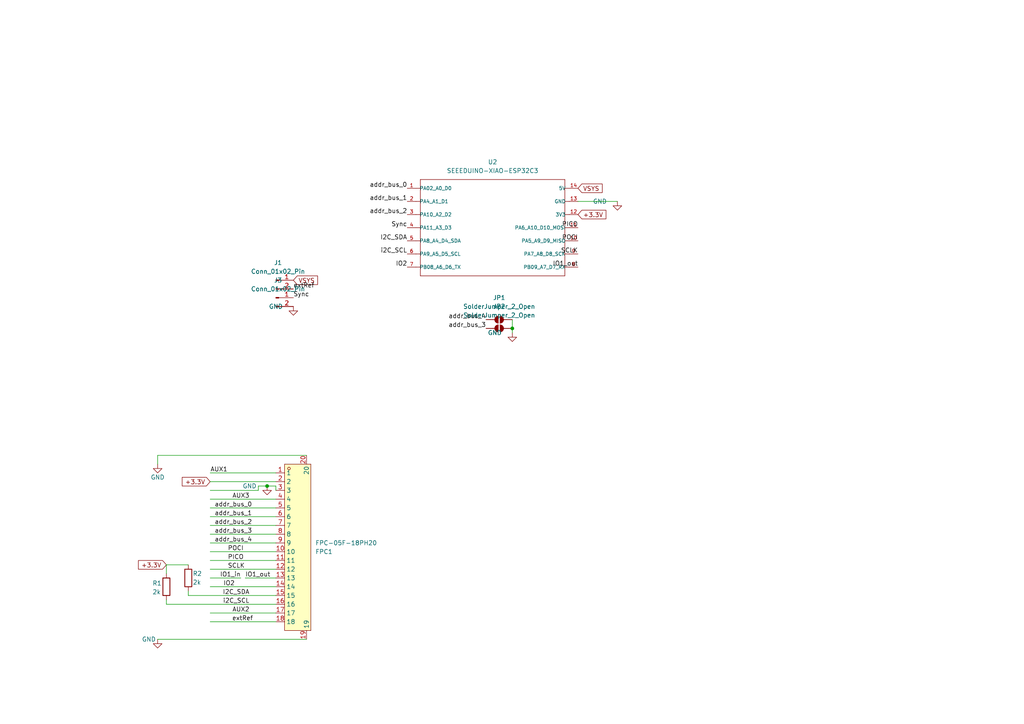
<source format=kicad_sch>
(kicad_sch (version 20231120) (generator "eeschema") (generator_version "8.0")
  (paper "A4")
  (lib_symbols
    (symbol "00_custom:MOUDLE-SEEEDUINO-XIAO-ESP32C3" (pin_names (offset 1.016))
      (property "Reference" "U" (at -21.59 15.24 0))
      (property "Value" "SEEEDUINO-XIAO-ESP32C3" (at -21.59 13.97 0))
      (symbol "MOUDLE-SEEEDUINO-XIAO-ESP32C3_0_0"
        (polyline (pts (xy -21.59 -13.97) (xy -21.59 0)) (stroke (width 0.1524)))
        (polyline (pts (xy -21.59 -11.43) (xy -22.86 -11.43)) (stroke (width 0.1524)))
        (polyline (pts (xy -21.59 -7.62) (xy -22.86 -7.62)) (stroke (width 0.1524)))
        (polyline (pts (xy -21.59 -3.81) (xy -22.86 -3.81)) (stroke (width 0.1524)))
        (polyline (pts (xy -21.59 0) (xy -22.86 0)) (stroke (width 0.1524)))
        (polyline (pts (xy -21.59 0) (xy -21.59 3.81)) (stroke (width 0.1524)))
        (polyline (pts (xy -21.59 3.81) (xy -22.86 3.81)) (stroke (width 0.1524)))
        (polyline (pts (xy -21.59 3.81) (xy -21.59 7.62)) (stroke (width 0.1524)))
        (polyline (pts (xy -21.59 7.62) (xy -22.86 7.62)) (stroke (width 0.1524)))
        (polyline (pts (xy -21.59 7.62) (xy -21.59 11.43)) (stroke (width 0.1524)))
        (polyline (pts (xy -21.59 11.43) (xy -22.86 11.43)) (stroke (width 0.1524)))
        (polyline (pts (xy -21.59 11.43) (xy -21.59 13.97)) (stroke (width 0.1524)))
        (polyline (pts (xy -21.59 13.97) (xy 20.32 13.97)) (stroke (width 0.1524)))
        (polyline (pts (xy 20.32 -13.97) (xy -21.59 -13.97)) (stroke (width 0.1524)))
        (polyline (pts (xy 20.32 3.81) (xy 20.32 -13.97)) (stroke (width 0.1524)))
        (polyline (pts (xy 20.32 7.62) (xy 20.32 3.81)) (stroke (width 0.1524)))
        (polyline (pts (xy 20.32 11.43) (xy 20.32 7.62)) (stroke (width 0.1524)))
        (polyline (pts (xy 20.32 13.97) (xy 20.32 11.43)) (stroke (width 0.1524)))
        (polyline (pts (xy 21.59 -11.43) (xy 20.32 -11.43)) (stroke (width 0.1524)))
        (polyline (pts (xy 21.59 -7.62) (xy 20.32 -7.62)) (stroke (width 0.1524)))
        (polyline (pts (xy 21.59 -3.81) (xy 20.32 -3.81)) (stroke (width 0.1524)))
        (polyline (pts (xy 21.59 0) (xy 20.32 0)) (stroke (width 0.1524)))
        (polyline (pts (xy 21.59 3.81) (xy 20.32 3.81)) (stroke (width 0.1524)))
        (polyline (pts (xy 21.59 7.62) (xy 20.32 7.62)) (stroke (width 0.1524)))
        (polyline (pts (xy 21.59 11.43) (xy 20.32 11.43)) (stroke (width 0.1524)))
        (pin bidirectional line (at -25.4 11.43 0) (length 2.54) (name "PA02_A0_D0") (number "1"))
        (pin bidirectional line (at 24.13 -3.81 180) (length 2.54) (name "PA5_A9_D9_MISO") (number "10"))
        (pin bidirectional line (at 24.13 0 180) (length 2.54) (name "PA6_A10_D10_MOSI") (number "11"))
        (pin bidirectional line (at 24.13 3.81 180) (length 2.54) (name "3V3") (number "12"))
        (pin bidirectional line (at 24.13 7.62 180) (length 2.54) (name "GND") (number "13"))
        (pin bidirectional line (at 24.13 11.43 180) (length 2.54) (name "5V") (number "14"))
        (pin bidirectional line (at -25.4 7.62 0) (length 2.54) (name "PA4_A1_D1") (number "2"))
        (pin bidirectional line (at -25.4 3.81 0) (length 2.54) (name "PA10_A2_D2") (number "3"))
        (pin bidirectional line (at -25.4 0 0) (length 2.54) (name "PA11_A3_D3") (number "4"))
        (pin bidirectional line (at -25.4 -3.81 0) (length 2.54) (name "PA8_A4_D4_SDA") (number "5"))
        (pin bidirectional line (at -25.4 -7.62 0) (length 2.54) (name "PA9_A5_D5_SCL") (number "6"))
        (pin bidirectional line (at -25.4 -11.43 0) (length 2.54) (name "PB08_A6_D6_TX") (number "7"))
        (pin bidirectional line (at 24.13 -11.43 180) (length 2.54) (name "PB09_A7_D7_RX") (number "8"))
        (pin bidirectional line (at 24.13 -7.62 180) (length 2.54) (name "PA7_A8_D8_SCK") (number "9"))
      )
    )
    (symbol "00_lcsc:FPC-05F-18PH20"
      (property "Reference" "FPC" (at 0 31.75 0))
      (property "Value" "FPC-05F-18PH20" (at 0 -31.75 0))
      (symbol "FPC-05F-18PH20_0_1"
        (rectangle (start -2.54 24.13) (end 5.08 -24.13) (fill (type background)))
        (circle (center -1.27 22.86) (radius 0.38))
        (pin unspecified line (at -5.08 21.59 0) (length 2.54) (name "1") (number "1"))
        (pin unspecified line (at -5.08 -1.27 0) (length 2.54) (name "10") (number "10"))
        (pin unspecified line (at -5.08 -3.81 0) (length 2.54) (name "11") (number "11"))
        (pin unspecified line (at -5.08 -6.35 0) (length 2.54) (name "12") (number "12"))
        (pin unspecified line (at -5.08 -8.89 0) (length 2.54) (name "13") (number "13"))
        (pin unspecified line (at -5.08 -11.43 0) (length 2.54) (name "14") (number "14"))
        (pin unspecified line (at -5.08 -13.97 0) (length 2.54) (name "15") (number "15"))
        (pin unspecified line (at -5.08 -16.51 0) (length 2.54) (name "16") (number "16"))
        (pin unspecified line (at -5.08 -19.05 0) (length 2.54) (name "17") (number "17"))
        (pin unspecified line (at -5.08 -21.59 0) (length 2.54) (name "18") (number "18"))
        (pin unspecified line (at 3.81 -26.67 90) (length 2.54) (name "19") (number "19"))
        (pin unspecified line (at -5.08 19.05 0) (length 2.54) (name "2") (number "2"))
        (pin unspecified line (at 3.81 26.67 270) (length 2.54) (name "20") (number "20"))
        (pin unspecified line (at -5.08 16.51 0) (length 2.54) (name "3") (number "3"))
        (pin unspecified line (at -5.08 13.97 0) (length 2.54) (name "4") (number "4"))
        (pin unspecified line (at -5.08 11.43 0) (length 2.54) (name "5") (number "5"))
        (pin unspecified line (at -5.08 8.89 0) (length 2.54) (name "6") (number "6"))
        (pin unspecified line (at -5.08 6.35 0) (length 2.54) (name "7") (number "7"))
        (pin unspecified line (at -5.08 3.81 0) (length 2.54) (name "8") (number "8"))
        (pin unspecified line (at -5.08 1.27 0) (length 2.54) (name "9") (number "9"))
      )
    )
    (symbol "Connector:Conn_01x02_Pin" (pin_names (offset 1.016) hide)
      (property "Reference" "J" (at 0 2.54 0))
      (property "Value" "Conn_01x02_Pin" (at 0 -5.08 0))
      (symbol "Conn_01x02_Pin_1_1"
        (polyline (pts (xy 1.27 -2.54) (xy 0.8636 -2.54)) (stroke (width 0.1524)))
        (polyline (pts (xy 1.27 0) (xy 0.8636 0)) (stroke (width 0.1524)))
        (rectangle (start 0.8636 -2.413) (end 0 -2.667) (stroke (width 0.1524)) (fill (type outline)))
        (rectangle (start 0.8636 0.127) (end 0 -0.127) (stroke (width 0.1524)) (fill (type outline)))
        (pin passive line (at 5.08 0 180) (length 3.81) (name "Pin_1") (number "1"))
        (pin passive line (at 5.08 -2.54 180) (length 3.81) (name "Pin_2") (number "2"))
      )
    )
    (symbol "Device:R" (pin_numbers hide) (pin_names (offset 0))
      (property "Reference" "R" (at 2.032 0 90))
      (property "Value" "R" (at 0 0 90))
      (symbol "R_0_1"
        (rectangle (start -1.016 -2.54) (end 1.016 2.54) (stroke (width 0.254)))
      )
      (symbol "R_1_1"
        (pin passive line (at 0 3.81 270) (length 1.27) (name "~") (number "1"))
        (pin passive line (at 0 -3.81 90) (length 1.27) (name "~") (number "2"))
      )
    )
    (symbol "Jumper:SolderJumper_2_Open" (pin_numbers hide) (pin_names (offset 0) hide) (exclude_from_sim yes) (in_bom no)
      (property "Reference" "JP" (at 0 2.032 0))
      (property "Value" "SolderJumper_2_Open" (at 0 -2.54 0))
      (symbol "SolderJumper_2_Open_0_1"
        (arc (start -0.254 1.016) (mid -1.2656 0) (end -0.254 -1.016))
        (arc (start -0.254 1.016) (mid -1.2656 0) (end -0.254 -1.016) (fill (type outline)))
        (polyline (pts (xy -0.254 1.016) (xy -0.254 -1.016)))
        (polyline (pts (xy 0.254 1.016) (xy 0.254 -1.016)))
        (arc (start 0.254 -1.016) (mid 1.2656 0) (end 0.254 1.016))
        (arc (start 0.254 -1.016) (mid 1.2656 0) (end 0.254 1.016) (fill (type outline)))
      )
      (symbol "SolderJumper_2_Open_1_1"
        (pin passive line (at -3.81 0 0) (length 2.54) (name "A") (number "1"))
        (pin passive line (at 3.81 0 180) (length 2.54) (name "B") (number "2"))
      )
    )
    (symbol "power:GND" (power) (pin_names (offset 0))
      (property "Value" "GND" (at 0 -3.81 0))
      (symbol "GND_0_1"
        (polyline (pts (xy 0 0) (xy 0 -1.27) (xy 1.27 -1.27) (xy 0 -2.54) (xy -1.27 -1.27) (xy 0 -1.27)))
      )
      (symbol "GND_1_1"
        (pin power_in line (at 0 0 270) (length 0) hide (name "GND") (number "1"))
      )
    )
  )
  (junction (at 148.59 95.25))
  (junction (at 77.47 140.97))
  (wire (pts (xy 60.96 165.1) (xy 80.01 165.1)))
  (wire (pts (xy 60.96 144.78) (xy 80.01 144.78)))
  (wire (pts (xy 60.96 180.34) (xy 80.01 180.34)))
  (wire (pts (xy 54.61 172.72) (xy 80.01 172.72)))
  (wire (pts (xy 74.93 140.97) (xy 77.47 140.97)))
  (wire (pts (xy 48.26 163.83) (xy 48.26 166.37)))
  (wire (pts (xy 60.96 154.94) (xy 80.01 154.94)))
  (wire (pts (xy 77.47 140.97) (xy 80.01 140.97)))
  (wire (pts (xy 74.93 142.24) (xy 60.96 142.24)))
  (wire (pts (xy 60.96 160.02) (xy 80.01 160.02)))
  (wire (pts (xy 60.96 162.56) (xy 80.01 162.56)))
  (wire (pts (xy 60.96 147.32) (xy 80.01 147.32)))
  (wire (pts (xy 148.59 95.25) (xy 148.59 96.52)))
  (wire (pts (xy 45.72 134.62) (xy 45.72 132.08)))
  (wire (pts (xy 48.26 175.26) (xy 80.01 175.26)))
  (wire (pts (xy 179.07 58.42) (xy 167.64 58.42)))
  (wire (pts (xy 60.96 177.8) (xy 80.01 177.8)))
  (wire (pts (xy 80.01 167.64) (xy 71.12 167.64)))
  (wire (pts (xy 54.61 172.72) (xy 54.61 171.45)))
  (wire (pts (xy 48.26 163.83) (xy 54.61 163.83)))
  (wire (pts (xy 45.72 185.42) (xy 88.9 185.42)))
  (wire (pts (xy 60.96 149.86) (xy 80.01 149.86)))
  (wire (pts (xy 48.26 175.26) (xy 48.26 173.99)))
  (wire (pts (xy 45.72 132.08) (xy 88.9 132.08)))
  (wire (pts (xy 60.96 139.7) (xy 80.01 139.7)))
  (wire (pts (xy 60.96 137.16) (xy 80.01 137.16)))
  (wire (pts (xy 60.96 167.64) (xy 69.85 167.64)))
  (wire (pts (xy 60.96 152.4) (xy 80.01 152.4)))
  (wire (pts (xy 80.01 140.97) (xy 80.01 142.24)))
  (wire (pts (xy 60.96 170.18) (xy 80.01 170.18)))
  (wire (pts (xy 148.59 92.71) (xy 148.59 95.25)))
  (wire (pts (xy 74.93 140.97) (xy 74.93 142.24)))
  (wire (pts (xy 60.96 157.48) (xy 80.01 157.48)))
  (label "i2C_SCL" (at 118.11 73.66 180))
  (label "addr_bus_4" (at 140.97 92.71 180))
  (label "AUX2" (at 72.39 177.8 180))
  (label "addr_bus_0" (at 62.23 147.32 0))
  (label "i2C_SCL" (at 72.39 175.26 180))
  (label "AUX3" (at 72.39 144.78 180))
  (label "Sync" (at 118.11 66.04 180))
  (label "addr_bus_2" (at 62.23 152.4 0))
  (label "extRef" (at 85.09 83.82 0))
  (label "IO1_out" (at 167.64 77.47 180))
  (label "extRef" (at 67.31 180.34 0))
  (label "PICO" (at 167.64 66.04 180))
  (label "addr_bus_0" (at 118.11 54.61 180))
  (label "IO2" (at 118.11 77.47 180))
  (label "IO1_in" (at 69.85 167.64 180))
  (label "IO2" (at 64.77 170.18 0))
  (label "I2C_SDA" (at 118.11 69.85 180))
  (label "IO1_out" (at 71.12 167.64 0))
  (label "AUX1" (at 66.04 137.16 180))
  (label "Sync" (at 85.09 86.36 0))
  (label "POCI" (at 167.64 69.85 180))
  (label "POCI" (at 66.04 160.02 0))
  (label "PICO" (at 66.04 162.56 0))
  (label "addr_bus_4" (at 62.23 157.48 0))
  (label "addr_bus_3" (at 140.97 95.25 180))
  (label "I2C_SDA" (at 72.39 172.72 180))
  (label "addr_bus_1" (at 118.11 58.42 180))
  (label "SCLK" (at 167.64 73.66 180))
  (label "SCLK" (at 66.04 165.1 0))
  (label "addr_bus_1" (at 62.23 149.86 0))
  (label "addr_bus_3" (at 62.23 154.94 0))
  (label "addr_bus_2" (at 118.11 62.23 180))
  (global_label "VSYS" (shape input) (at 85.09 81.28 0) (property "Intersheetrefs" "${INTERSHEET_REFS}" (effects (hide yes))))
  (global_label "+3.3V" (shape input) (at 48.26 163.83 180) (property "Intersheetrefs" "${INTERSHEET_REFS}" (effects (hide yes))))
  (global_label "VSYS" (shape input) (at 167.64 54.61 0) (property "Intersheetrefs" "${INTERSHEET_REFS}" (effects (hide yes))))
  (global_label "+3.3V" (shape input) (at 60.96 139.7 180) (property "Intersheetrefs" "${INTERSHEET_REFS}" (effects (hide yes))))
  (global_label "+3.3V" (shape input) (at 167.64 62.23 0) (property "Intersheetrefs" "${INTERSHEET_REFS}" (effects (hide yes))))
  (symbol (lib_id "power:GND") (at 45.72 185.42 0) (unit 1)
    (property "Reference" "#PWR02" (effects (hide yes)))
    (property "Value" "GND" (at 43.18 185.42 0))
  )
  (symbol (lib_id "00_custom:MOUDLE-SEEEDUINO-XIAO-ESP32C3") (at 143.51 66.04 0) (unit 1)
    (property "Reference" "U2" (at 142.875 46.99 0))
    (property "Value" "SEEEDUINO-XIAO-ESP32C3" (at 142.875 49.53 0))
    (property "Footprint" "00_custom-footprints:xiaoSeeedStudio_MODULE14P-DIP" (effects (hide yes)))
  )
  (symbol (lib_id "power:GND") (at 45.72 134.62 0) (unit 1)
    (property "Reference" "#PWR01" (effects (hide yes)))
    (property "Value" "GND" (at 45.72 138.43 0))
  )
  (symbol (lib_id "Connector:Conn_01x02_Pin") (at 80.01 81.28 0) (unit 1)
    (property "Reference" "J1" (at 80.645 76.2 0))
    (property "Value" "Conn_01x02_Pin" (at 80.645 78.74 0))
    (property "Footprint" "Connector_PinHeader_2.54mm:PinHeader_1x02_P2.54mm_Vertical" (effects (hide yes)))
    (property "Description" "Generic connector, single row, 01x02, script generated" (effects (hide yes)))
  )
  (symbol (lib_id "Device:R") (at 48.26 170.18 0) (unit 1)
    (property "Reference" "R1" (at 44.196 169.164 0) (effects (justify left)))
    (property "Value" "2k" (at 44.196 171.704 0) (effects (justify left)))
    (property "Footprint" "Resistor_SMD:R_0402_1005Metric_Pad0.72x0.64mm_HandSolder" (effects (hide yes)))
    (property "Description" "Resistor" (effects (hide yes)))
    (property "LCSC Part" "C4109" (effects (hide yes)))
  )
  (symbol (lib_id "power:GND") (at 85.09 88.9 0) (unit 1)
    (property "Reference" "#PWR05" (effects (hide yes)))
    (property "Value" "GND" (at 80.01 88.9 0))
  )
  (symbol (lib_id "power:GND") (at 148.59 96.52 0) (unit 1)
    (property "Reference" "#PWR06" (effects (hide yes)))
    (property "Value" "GND" (at 143.51 96.52 0))
  )
  (symbol (lib_id "00_lcsc:FPC-05F-18PH20") (at 85.09 158.75 0) (unit 1)
    (property "Reference" "FPC1" (at 91.44 160.0201 0) (effects (justify left)))
    (property "Value" "FPC-05F-18PH20" (at 91.44 157.4801 0) (effects (justify left)))
    (property "Footprint" "00_lcsc:FPC-SMD_18P-P0.50_FPC-05F-18PH20" (effects (hide yes)))
    (property "LCSC Part" "C397324" (effects (hide yes)))
  )
  (symbol (lib_id "power:GND") (at 179.07 58.42 0) (unit 1)
    (property "Reference" "#PWR03" (effects (hide yes)))
    (property "Value" "GND" (at 173.99 58.42 0))
  )
  (symbol (lib_id "Device:R") (at 54.61 167.64 0) (unit 1)
    (property "Reference" "R2" (at 55.88 166.37 0) (effects (justify left)))
    (property "Value" "2k" (at 55.88 168.91 0) (effects (justify left)))
    (property "Footprint" "Resistor_SMD:R_0402_1005Metric_Pad0.72x0.64mm_HandSolder" (effects (hide yes)))
    (property "Description" "Resistor" (effects (hide yes)))
    (property "LCSC Part" "C4109" (effects (hide yes)))
  )
  (symbol (lib_id "power:GND") (at 77.47 140.97 0) (unit 1)
    (property "Reference" "#PWR04" (effects (hide yes)))
    (property "Value" "GND" (at 72.39 140.97 0))
  )
  (symbol (lib_id "Connector:Conn_01x02_Pin") (at 80.01 86.36 0) (unit 1)
    (property "Reference" "J3" (at 80.645 81.28 0))
    (property "Value" "Conn_01x02_Pin" (at 80.645 83.82 0))
    (property "Footprint" "Connector_PinHeader_2.54mm:PinHeader_1x02_P2.54mm_Vertical" (effects (hide yes)))
    (property "Description" "Generic connector, single row, 01x02, script generated" (effects (hide yes)))
  )
  (symbol (lib_id "Jumper:SolderJumper_2_Open") (at 144.78 92.71 0) (unit 1) (exclude_from_sim yes) (in_bom no)
    (property "Reference" "JP1" (at 144.78 86.36 0))
    (property "Value" "SolderJumper_2_Open" (at 144.78 88.9 0))
    (property "Footprint" "Jumper:SolderJumper-2_P1.3mm_Open_Pad1.0x1.5mm" (effects (hide yes)))
    (property "Description" "Solder Jumper, 2-pole, open" (effects (hide yes)))
  )
  (symbol (lib_id "Jumper:SolderJumper_2_Open") (at 144.78 95.25 0) (unit 1) (exclude_from_sim yes) (in_bom no)
    (property "Reference" "JP2" (at 144.78 88.9 0))
    (property "Value" "SolderJumper_2_Open" (at 144.78 91.44 0))
    (property "Footprint" "Jumper:SolderJumper-2_P1.3mm_Open_Pad1.0x1.5mm" (effects (hide yes)))
    (property "Description" "Solder Jumper, 2-pole, open" (effects (hide yes)))
  )
)
</source>
